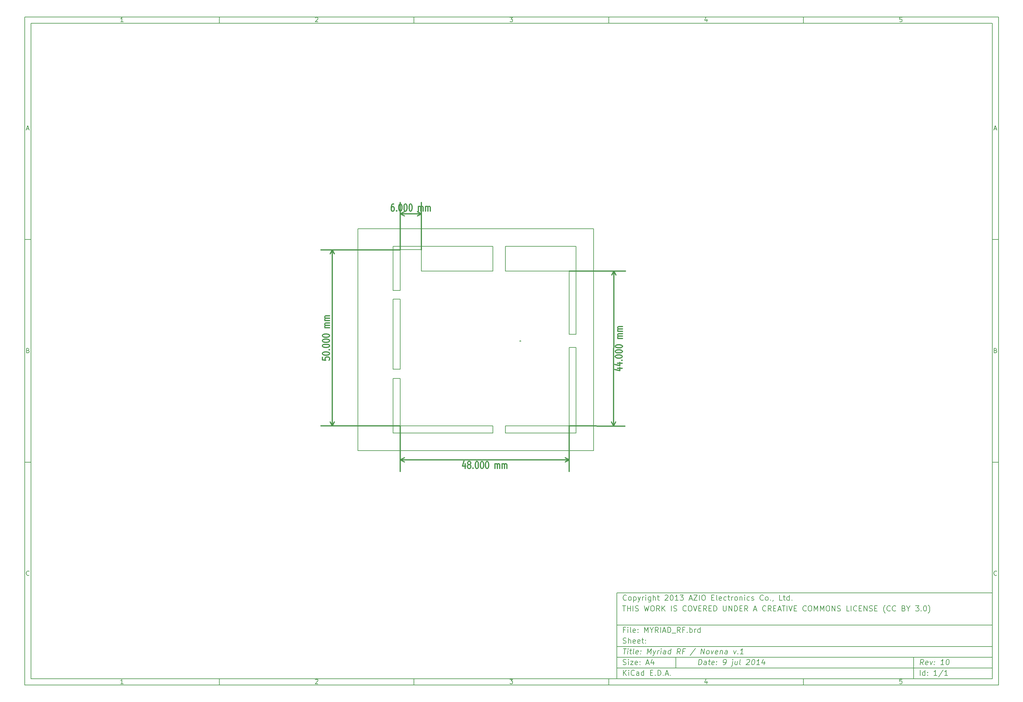
<source format=gbr>
G04 (created by PCBNEW (2013-07-07 BZR 4022)-stable) date 09/07/2014 14:33:10*
%MOIN*%
G04 Gerber Fmt 3.4, Leading zero omitted, Abs format*
%FSLAX34Y34*%
G01*
G70*
G90*
G04 APERTURE LIST*
%ADD10C,0.00590551*%
%ADD11C,0.012*%
%ADD12C,0.0077*%
G04 APERTURE END LIST*
G54D10*
X4000Y-4000D02*
X112930Y-4000D01*
X112930Y-78680D01*
X4000Y-78680D01*
X4000Y-4000D01*
X4700Y-4700D02*
X112230Y-4700D01*
X112230Y-77980D01*
X4700Y-77980D01*
X4700Y-4700D01*
X25780Y-4000D02*
X25780Y-4700D01*
X15032Y-4552D02*
X14747Y-4552D01*
X14890Y-4552D02*
X14890Y-4052D01*
X14842Y-4123D01*
X14794Y-4171D01*
X14747Y-4195D01*
X25780Y-78680D02*
X25780Y-77980D01*
X15032Y-78532D02*
X14747Y-78532D01*
X14890Y-78532D02*
X14890Y-78032D01*
X14842Y-78103D01*
X14794Y-78151D01*
X14747Y-78175D01*
X47560Y-4000D02*
X47560Y-4700D01*
X36527Y-4100D02*
X36550Y-4076D01*
X36598Y-4052D01*
X36717Y-4052D01*
X36765Y-4076D01*
X36789Y-4100D01*
X36812Y-4147D01*
X36812Y-4195D01*
X36789Y-4266D01*
X36503Y-4552D01*
X36812Y-4552D01*
X47560Y-78680D02*
X47560Y-77980D01*
X36527Y-78080D02*
X36550Y-78056D01*
X36598Y-78032D01*
X36717Y-78032D01*
X36765Y-78056D01*
X36789Y-78080D01*
X36812Y-78127D01*
X36812Y-78175D01*
X36789Y-78246D01*
X36503Y-78532D01*
X36812Y-78532D01*
X69340Y-4000D02*
X69340Y-4700D01*
X58283Y-4052D02*
X58592Y-4052D01*
X58426Y-4242D01*
X58497Y-4242D01*
X58545Y-4266D01*
X58569Y-4290D01*
X58592Y-4338D01*
X58592Y-4457D01*
X58569Y-4504D01*
X58545Y-4528D01*
X58497Y-4552D01*
X58354Y-4552D01*
X58307Y-4528D01*
X58283Y-4504D01*
X69340Y-78680D02*
X69340Y-77980D01*
X58283Y-78032D02*
X58592Y-78032D01*
X58426Y-78222D01*
X58497Y-78222D01*
X58545Y-78246D01*
X58569Y-78270D01*
X58592Y-78318D01*
X58592Y-78437D01*
X58569Y-78484D01*
X58545Y-78508D01*
X58497Y-78532D01*
X58354Y-78532D01*
X58307Y-78508D01*
X58283Y-78484D01*
X91120Y-4000D02*
X91120Y-4700D01*
X80325Y-4219D02*
X80325Y-4552D01*
X80206Y-4028D02*
X80087Y-4385D01*
X80396Y-4385D01*
X91120Y-78680D02*
X91120Y-77980D01*
X80325Y-78199D02*
X80325Y-78532D01*
X80206Y-78008D02*
X80087Y-78365D01*
X80396Y-78365D01*
X102129Y-4052D02*
X101890Y-4052D01*
X101867Y-4290D01*
X101890Y-4266D01*
X101938Y-4242D01*
X102057Y-4242D01*
X102105Y-4266D01*
X102129Y-4290D01*
X102152Y-4338D01*
X102152Y-4457D01*
X102129Y-4504D01*
X102105Y-4528D01*
X102057Y-4552D01*
X101938Y-4552D01*
X101890Y-4528D01*
X101867Y-4504D01*
X102129Y-78032D02*
X101890Y-78032D01*
X101867Y-78270D01*
X101890Y-78246D01*
X101938Y-78222D01*
X102057Y-78222D01*
X102105Y-78246D01*
X102129Y-78270D01*
X102152Y-78318D01*
X102152Y-78437D01*
X102129Y-78484D01*
X102105Y-78508D01*
X102057Y-78532D01*
X101938Y-78532D01*
X101890Y-78508D01*
X101867Y-78484D01*
X4000Y-28890D02*
X4700Y-28890D01*
X4230Y-16509D02*
X4469Y-16509D01*
X4183Y-16652D02*
X4350Y-16152D01*
X4516Y-16652D01*
X112930Y-28890D02*
X112230Y-28890D01*
X112460Y-16509D02*
X112699Y-16509D01*
X112413Y-16652D02*
X112580Y-16152D01*
X112746Y-16652D01*
X4000Y-53780D02*
X4700Y-53780D01*
X4385Y-41280D02*
X4457Y-41304D01*
X4480Y-41328D01*
X4504Y-41375D01*
X4504Y-41447D01*
X4480Y-41494D01*
X4457Y-41518D01*
X4409Y-41542D01*
X4219Y-41542D01*
X4219Y-41042D01*
X4385Y-41042D01*
X4433Y-41066D01*
X4457Y-41090D01*
X4480Y-41137D01*
X4480Y-41185D01*
X4457Y-41232D01*
X4433Y-41256D01*
X4385Y-41280D01*
X4219Y-41280D01*
X112930Y-53780D02*
X112230Y-53780D01*
X112615Y-41280D02*
X112687Y-41304D01*
X112710Y-41328D01*
X112734Y-41375D01*
X112734Y-41447D01*
X112710Y-41494D01*
X112687Y-41518D01*
X112639Y-41542D01*
X112449Y-41542D01*
X112449Y-41042D01*
X112615Y-41042D01*
X112663Y-41066D01*
X112687Y-41090D01*
X112710Y-41137D01*
X112710Y-41185D01*
X112687Y-41232D01*
X112663Y-41256D01*
X112615Y-41280D01*
X112449Y-41280D01*
X4504Y-66384D02*
X4480Y-66408D01*
X4409Y-66432D01*
X4361Y-66432D01*
X4290Y-66408D01*
X4242Y-66360D01*
X4219Y-66313D01*
X4195Y-66218D01*
X4195Y-66146D01*
X4219Y-66051D01*
X4242Y-66003D01*
X4290Y-65956D01*
X4361Y-65932D01*
X4409Y-65932D01*
X4480Y-65956D01*
X4504Y-65980D01*
X112734Y-66384D02*
X112710Y-66408D01*
X112639Y-66432D01*
X112591Y-66432D01*
X112520Y-66408D01*
X112472Y-66360D01*
X112449Y-66313D01*
X112425Y-66218D01*
X112425Y-66146D01*
X112449Y-66051D01*
X112472Y-66003D01*
X112520Y-65956D01*
X112591Y-65932D01*
X112639Y-65932D01*
X112710Y-65956D01*
X112734Y-65980D01*
X79380Y-76422D02*
X79455Y-75822D01*
X79597Y-75822D01*
X79680Y-75851D01*
X79730Y-75908D01*
X79751Y-75965D01*
X79765Y-76080D01*
X79755Y-76165D01*
X79712Y-76280D01*
X79676Y-76337D01*
X79612Y-76394D01*
X79522Y-76422D01*
X79380Y-76422D01*
X80237Y-76422D02*
X80276Y-76108D01*
X80255Y-76051D01*
X80201Y-76022D01*
X80087Y-76022D01*
X80026Y-76051D01*
X80240Y-76394D02*
X80180Y-76422D01*
X80037Y-76422D01*
X79983Y-76394D01*
X79962Y-76337D01*
X79969Y-76280D01*
X80005Y-76222D01*
X80065Y-76194D01*
X80208Y-76194D01*
X80269Y-76165D01*
X80487Y-76022D02*
X80715Y-76022D01*
X80597Y-75822D02*
X80533Y-76337D01*
X80555Y-76394D01*
X80608Y-76422D01*
X80665Y-76422D01*
X81097Y-76394D02*
X81037Y-76422D01*
X80922Y-76422D01*
X80869Y-76394D01*
X80847Y-76337D01*
X80876Y-76108D01*
X80912Y-76051D01*
X80972Y-76022D01*
X81087Y-76022D01*
X81140Y-76051D01*
X81162Y-76108D01*
X81155Y-76165D01*
X80862Y-76222D01*
X81387Y-76365D02*
X81412Y-76394D01*
X81380Y-76422D01*
X81355Y-76394D01*
X81387Y-76365D01*
X81380Y-76422D01*
X81426Y-76051D02*
X81451Y-76080D01*
X81419Y-76108D01*
X81394Y-76080D01*
X81426Y-76051D01*
X81419Y-76108D01*
X82151Y-76422D02*
X82265Y-76422D01*
X82326Y-76394D01*
X82358Y-76365D01*
X82426Y-76280D01*
X82469Y-76165D01*
X82497Y-75937D01*
X82476Y-75880D01*
X82451Y-75851D01*
X82397Y-75822D01*
X82283Y-75822D01*
X82222Y-75851D01*
X82190Y-75880D01*
X82155Y-75937D01*
X82137Y-76080D01*
X82158Y-76137D01*
X82183Y-76165D01*
X82237Y-76194D01*
X82351Y-76194D01*
X82412Y-76165D01*
X82444Y-76137D01*
X82480Y-76080D01*
X83201Y-76022D02*
X83137Y-76537D01*
X83101Y-76594D01*
X83040Y-76622D01*
X83012Y-76622D01*
X83226Y-75822D02*
X83194Y-75851D01*
X83219Y-75880D01*
X83251Y-75851D01*
X83226Y-75822D01*
X83219Y-75880D01*
X83744Y-76022D02*
X83694Y-76422D01*
X83487Y-76022D02*
X83447Y-76337D01*
X83469Y-76394D01*
X83522Y-76422D01*
X83608Y-76422D01*
X83669Y-76394D01*
X83701Y-76365D01*
X84065Y-76422D02*
X84012Y-76394D01*
X83990Y-76337D01*
X84055Y-75822D01*
X84790Y-75880D02*
X84822Y-75851D01*
X84883Y-75822D01*
X85026Y-75822D01*
X85080Y-75851D01*
X85105Y-75880D01*
X85126Y-75937D01*
X85119Y-75994D01*
X85080Y-76080D01*
X84694Y-76422D01*
X85065Y-76422D01*
X85512Y-75822D02*
X85569Y-75822D01*
X85622Y-75851D01*
X85647Y-75880D01*
X85669Y-75937D01*
X85683Y-76051D01*
X85665Y-76194D01*
X85622Y-76308D01*
X85587Y-76365D01*
X85555Y-76394D01*
X85494Y-76422D01*
X85437Y-76422D01*
X85383Y-76394D01*
X85358Y-76365D01*
X85337Y-76308D01*
X85322Y-76194D01*
X85340Y-76051D01*
X85383Y-75937D01*
X85419Y-75880D01*
X85451Y-75851D01*
X85512Y-75822D01*
X86208Y-76422D02*
X85865Y-76422D01*
X86037Y-76422D02*
X86112Y-75822D01*
X86044Y-75908D01*
X85980Y-75965D01*
X85919Y-75994D01*
X86772Y-76022D02*
X86722Y-76422D01*
X86658Y-75794D02*
X86462Y-76222D01*
X86833Y-76222D01*
X70972Y-77622D02*
X70972Y-77022D01*
X71315Y-77622D02*
X71058Y-77280D01*
X71315Y-77022D02*
X70972Y-77365D01*
X71572Y-77622D02*
X71572Y-77222D01*
X71572Y-77022D02*
X71544Y-77051D01*
X71572Y-77080D01*
X71601Y-77051D01*
X71572Y-77022D01*
X71572Y-77080D01*
X72201Y-77565D02*
X72172Y-77594D01*
X72087Y-77622D01*
X72030Y-77622D01*
X71944Y-77594D01*
X71887Y-77537D01*
X71858Y-77480D01*
X71830Y-77365D01*
X71830Y-77280D01*
X71858Y-77165D01*
X71887Y-77108D01*
X71944Y-77051D01*
X72030Y-77022D01*
X72087Y-77022D01*
X72172Y-77051D01*
X72201Y-77080D01*
X72715Y-77622D02*
X72715Y-77308D01*
X72687Y-77251D01*
X72630Y-77222D01*
X72515Y-77222D01*
X72458Y-77251D01*
X72715Y-77594D02*
X72658Y-77622D01*
X72515Y-77622D01*
X72458Y-77594D01*
X72430Y-77537D01*
X72430Y-77480D01*
X72458Y-77422D01*
X72515Y-77394D01*
X72658Y-77394D01*
X72715Y-77365D01*
X73258Y-77622D02*
X73258Y-77022D01*
X73258Y-77594D02*
X73201Y-77622D01*
X73087Y-77622D01*
X73030Y-77594D01*
X73001Y-77565D01*
X72972Y-77508D01*
X72972Y-77337D01*
X73001Y-77280D01*
X73030Y-77251D01*
X73087Y-77222D01*
X73201Y-77222D01*
X73258Y-77251D01*
X74001Y-77308D02*
X74201Y-77308D01*
X74287Y-77622D02*
X74001Y-77622D01*
X74001Y-77022D01*
X74287Y-77022D01*
X74544Y-77565D02*
X74572Y-77594D01*
X74544Y-77622D01*
X74515Y-77594D01*
X74544Y-77565D01*
X74544Y-77622D01*
X74829Y-77622D02*
X74829Y-77022D01*
X74972Y-77022D01*
X75058Y-77051D01*
X75115Y-77108D01*
X75144Y-77165D01*
X75172Y-77280D01*
X75172Y-77365D01*
X75144Y-77480D01*
X75115Y-77537D01*
X75058Y-77594D01*
X74972Y-77622D01*
X74829Y-77622D01*
X75429Y-77565D02*
X75458Y-77594D01*
X75429Y-77622D01*
X75401Y-77594D01*
X75429Y-77565D01*
X75429Y-77622D01*
X75687Y-77451D02*
X75972Y-77451D01*
X75629Y-77622D02*
X75829Y-77022D01*
X76029Y-77622D01*
X76229Y-77565D02*
X76258Y-77594D01*
X76229Y-77622D01*
X76201Y-77594D01*
X76229Y-77565D01*
X76229Y-77622D01*
X104522Y-76422D02*
X104358Y-76137D01*
X104180Y-76422D02*
X104255Y-75822D01*
X104483Y-75822D01*
X104537Y-75851D01*
X104562Y-75880D01*
X104583Y-75937D01*
X104572Y-76022D01*
X104537Y-76080D01*
X104505Y-76108D01*
X104444Y-76137D01*
X104215Y-76137D01*
X105012Y-76394D02*
X104951Y-76422D01*
X104837Y-76422D01*
X104783Y-76394D01*
X104762Y-76337D01*
X104790Y-76108D01*
X104826Y-76051D01*
X104887Y-76022D01*
X105001Y-76022D01*
X105055Y-76051D01*
X105076Y-76108D01*
X105069Y-76165D01*
X104776Y-76222D01*
X105287Y-76022D02*
X105380Y-76422D01*
X105572Y-76022D01*
X105758Y-76365D02*
X105783Y-76394D01*
X105751Y-76422D01*
X105726Y-76394D01*
X105758Y-76365D01*
X105751Y-76422D01*
X105797Y-76051D02*
X105822Y-76080D01*
X105790Y-76108D01*
X105765Y-76080D01*
X105797Y-76051D01*
X105790Y-76108D01*
X106808Y-76422D02*
X106465Y-76422D01*
X106637Y-76422D02*
X106712Y-75822D01*
X106644Y-75908D01*
X106580Y-75965D01*
X106519Y-75994D01*
X107255Y-75822D02*
X107312Y-75822D01*
X107365Y-75851D01*
X107390Y-75880D01*
X107412Y-75937D01*
X107426Y-76051D01*
X107408Y-76194D01*
X107365Y-76308D01*
X107330Y-76365D01*
X107297Y-76394D01*
X107237Y-76422D01*
X107180Y-76422D01*
X107126Y-76394D01*
X107101Y-76365D01*
X107080Y-76308D01*
X107065Y-76194D01*
X107083Y-76051D01*
X107126Y-75937D01*
X107162Y-75880D01*
X107194Y-75851D01*
X107255Y-75822D01*
X70944Y-76394D02*
X71030Y-76422D01*
X71172Y-76422D01*
X71230Y-76394D01*
X71258Y-76365D01*
X71287Y-76308D01*
X71287Y-76251D01*
X71258Y-76194D01*
X71230Y-76165D01*
X71172Y-76137D01*
X71058Y-76108D01*
X71001Y-76080D01*
X70972Y-76051D01*
X70944Y-75994D01*
X70944Y-75937D01*
X70972Y-75880D01*
X71001Y-75851D01*
X71058Y-75822D01*
X71201Y-75822D01*
X71287Y-75851D01*
X71544Y-76422D02*
X71544Y-76022D01*
X71544Y-75822D02*
X71515Y-75851D01*
X71544Y-75880D01*
X71572Y-75851D01*
X71544Y-75822D01*
X71544Y-75880D01*
X71772Y-76022D02*
X72087Y-76022D01*
X71772Y-76422D01*
X72087Y-76422D01*
X72544Y-76394D02*
X72487Y-76422D01*
X72372Y-76422D01*
X72315Y-76394D01*
X72287Y-76337D01*
X72287Y-76108D01*
X72315Y-76051D01*
X72372Y-76022D01*
X72487Y-76022D01*
X72544Y-76051D01*
X72572Y-76108D01*
X72572Y-76165D01*
X72287Y-76222D01*
X72830Y-76365D02*
X72858Y-76394D01*
X72830Y-76422D01*
X72801Y-76394D01*
X72830Y-76365D01*
X72830Y-76422D01*
X72830Y-76051D02*
X72858Y-76080D01*
X72830Y-76108D01*
X72801Y-76080D01*
X72830Y-76051D01*
X72830Y-76108D01*
X73544Y-76251D02*
X73830Y-76251D01*
X73487Y-76422D02*
X73687Y-75822D01*
X73887Y-76422D01*
X74344Y-76022D02*
X74344Y-76422D01*
X74201Y-75794D02*
X74058Y-76222D01*
X74430Y-76222D01*
X104172Y-77622D02*
X104172Y-77022D01*
X104715Y-77622D02*
X104715Y-77022D01*
X104715Y-77594D02*
X104658Y-77622D01*
X104544Y-77622D01*
X104487Y-77594D01*
X104458Y-77565D01*
X104430Y-77508D01*
X104430Y-77337D01*
X104458Y-77280D01*
X104487Y-77251D01*
X104544Y-77222D01*
X104658Y-77222D01*
X104715Y-77251D01*
X105001Y-77565D02*
X105030Y-77594D01*
X105001Y-77622D01*
X104972Y-77594D01*
X105001Y-77565D01*
X105001Y-77622D01*
X105001Y-77251D02*
X105030Y-77280D01*
X105001Y-77308D01*
X104972Y-77280D01*
X105001Y-77251D01*
X105001Y-77308D01*
X106058Y-77622D02*
X105715Y-77622D01*
X105887Y-77622D02*
X105887Y-77022D01*
X105829Y-77108D01*
X105772Y-77165D01*
X105715Y-77194D01*
X106744Y-76994D02*
X106230Y-77765D01*
X107258Y-77622D02*
X106915Y-77622D01*
X107087Y-77622D02*
X107087Y-77022D01*
X107029Y-77108D01*
X106972Y-77165D01*
X106915Y-77194D01*
X70969Y-74622D02*
X71312Y-74622D01*
X71065Y-75222D02*
X71140Y-74622D01*
X71437Y-75222D02*
X71487Y-74822D01*
X71512Y-74622D02*
X71480Y-74651D01*
X71505Y-74680D01*
X71537Y-74651D01*
X71512Y-74622D01*
X71505Y-74680D01*
X71687Y-74822D02*
X71915Y-74822D01*
X71797Y-74622D02*
X71733Y-75137D01*
X71755Y-75194D01*
X71808Y-75222D01*
X71865Y-75222D01*
X72151Y-75222D02*
X72097Y-75194D01*
X72076Y-75137D01*
X72140Y-74622D01*
X72612Y-75194D02*
X72551Y-75222D01*
X72437Y-75222D01*
X72383Y-75194D01*
X72362Y-75137D01*
X72390Y-74908D01*
X72426Y-74851D01*
X72487Y-74822D01*
X72601Y-74822D01*
X72655Y-74851D01*
X72676Y-74908D01*
X72669Y-74965D01*
X72376Y-75022D01*
X72901Y-75165D02*
X72926Y-75194D01*
X72894Y-75222D01*
X72869Y-75194D01*
X72901Y-75165D01*
X72894Y-75222D01*
X72940Y-74851D02*
X72965Y-74880D01*
X72933Y-74908D01*
X72908Y-74880D01*
X72940Y-74851D01*
X72933Y-74908D01*
X73637Y-75222D02*
X73712Y-74622D01*
X73858Y-75051D01*
X74112Y-74622D01*
X74037Y-75222D01*
X74315Y-74822D02*
X74408Y-75222D01*
X74601Y-74822D02*
X74408Y-75222D01*
X74333Y-75365D01*
X74301Y-75394D01*
X74240Y-75422D01*
X74780Y-75222D02*
X74830Y-74822D01*
X74815Y-74937D02*
X74851Y-74880D01*
X74883Y-74851D01*
X74944Y-74822D01*
X75001Y-74822D01*
X75151Y-75222D02*
X75201Y-74822D01*
X75226Y-74622D02*
X75194Y-74651D01*
X75219Y-74680D01*
X75251Y-74651D01*
X75226Y-74622D01*
X75219Y-74680D01*
X75694Y-75222D02*
X75733Y-74908D01*
X75712Y-74851D01*
X75658Y-74822D01*
X75544Y-74822D01*
X75483Y-74851D01*
X75697Y-75194D02*
X75637Y-75222D01*
X75494Y-75222D01*
X75440Y-75194D01*
X75419Y-75137D01*
X75426Y-75080D01*
X75462Y-75022D01*
X75522Y-74994D01*
X75665Y-74994D01*
X75726Y-74965D01*
X76237Y-75222D02*
X76312Y-74622D01*
X76240Y-75194D02*
X76180Y-75222D01*
X76065Y-75222D01*
X76012Y-75194D01*
X75987Y-75165D01*
X75965Y-75108D01*
X75987Y-74937D01*
X76022Y-74880D01*
X76055Y-74851D01*
X76115Y-74822D01*
X76230Y-74822D01*
X76283Y-74851D01*
X77322Y-75222D02*
X77158Y-74937D01*
X76980Y-75222D02*
X77055Y-74622D01*
X77283Y-74622D01*
X77337Y-74651D01*
X77362Y-74680D01*
X77383Y-74737D01*
X77372Y-74822D01*
X77337Y-74880D01*
X77305Y-74908D01*
X77244Y-74937D01*
X77015Y-74937D01*
X77819Y-74908D02*
X77619Y-74908D01*
X77580Y-75222D02*
X77655Y-74622D01*
X77940Y-74622D01*
X79058Y-74594D02*
X78447Y-75365D01*
X79637Y-75222D02*
X79712Y-74622D01*
X79980Y-75222D01*
X80055Y-74622D01*
X80351Y-75222D02*
X80297Y-75194D01*
X80272Y-75165D01*
X80251Y-75108D01*
X80272Y-74937D01*
X80308Y-74880D01*
X80340Y-74851D01*
X80401Y-74822D01*
X80487Y-74822D01*
X80540Y-74851D01*
X80565Y-74880D01*
X80587Y-74937D01*
X80565Y-75108D01*
X80530Y-75165D01*
X80497Y-75194D01*
X80437Y-75222D01*
X80351Y-75222D01*
X80801Y-74822D02*
X80894Y-75222D01*
X81087Y-74822D01*
X81497Y-75194D02*
X81437Y-75222D01*
X81322Y-75222D01*
X81269Y-75194D01*
X81247Y-75137D01*
X81276Y-74908D01*
X81312Y-74851D01*
X81372Y-74822D01*
X81487Y-74822D01*
X81540Y-74851D01*
X81562Y-74908D01*
X81555Y-74965D01*
X81262Y-75022D01*
X81830Y-74822D02*
X81780Y-75222D01*
X81822Y-74880D02*
X81855Y-74851D01*
X81915Y-74822D01*
X82001Y-74822D01*
X82055Y-74851D01*
X82076Y-74908D01*
X82037Y-75222D01*
X82580Y-75222D02*
X82619Y-74908D01*
X82597Y-74851D01*
X82544Y-74822D01*
X82430Y-74822D01*
X82369Y-74851D01*
X82583Y-75194D02*
X82522Y-75222D01*
X82380Y-75222D01*
X82326Y-75194D01*
X82305Y-75137D01*
X82312Y-75080D01*
X82347Y-75022D01*
X82408Y-74994D01*
X82551Y-74994D01*
X82612Y-74965D01*
X83315Y-74822D02*
X83408Y-75222D01*
X83601Y-74822D01*
X83787Y-75165D02*
X83812Y-75194D01*
X83780Y-75222D01*
X83755Y-75194D01*
X83787Y-75165D01*
X83780Y-75222D01*
X84380Y-75222D02*
X84037Y-75222D01*
X84208Y-75222D02*
X84283Y-74622D01*
X84215Y-74708D01*
X84151Y-74765D01*
X84090Y-74794D01*
X71172Y-72508D02*
X70972Y-72508D01*
X70972Y-72822D02*
X70972Y-72222D01*
X71258Y-72222D01*
X71487Y-72822D02*
X71487Y-72422D01*
X71487Y-72222D02*
X71458Y-72251D01*
X71487Y-72280D01*
X71515Y-72251D01*
X71487Y-72222D01*
X71487Y-72280D01*
X71858Y-72822D02*
X71801Y-72794D01*
X71772Y-72737D01*
X71772Y-72222D01*
X72315Y-72794D02*
X72258Y-72822D01*
X72144Y-72822D01*
X72087Y-72794D01*
X72058Y-72737D01*
X72058Y-72508D01*
X72087Y-72451D01*
X72144Y-72422D01*
X72258Y-72422D01*
X72315Y-72451D01*
X72344Y-72508D01*
X72344Y-72565D01*
X72058Y-72622D01*
X72601Y-72765D02*
X72630Y-72794D01*
X72601Y-72822D01*
X72572Y-72794D01*
X72601Y-72765D01*
X72601Y-72822D01*
X72601Y-72451D02*
X72630Y-72480D01*
X72601Y-72508D01*
X72572Y-72480D01*
X72601Y-72451D01*
X72601Y-72508D01*
X73344Y-72822D02*
X73344Y-72222D01*
X73544Y-72651D01*
X73744Y-72222D01*
X73744Y-72822D01*
X74144Y-72537D02*
X74144Y-72822D01*
X73944Y-72222D02*
X74144Y-72537D01*
X74344Y-72222D01*
X74887Y-72822D02*
X74687Y-72537D01*
X74544Y-72822D02*
X74544Y-72222D01*
X74772Y-72222D01*
X74830Y-72251D01*
X74858Y-72280D01*
X74887Y-72337D01*
X74887Y-72422D01*
X74858Y-72480D01*
X74830Y-72508D01*
X74772Y-72537D01*
X74544Y-72537D01*
X75144Y-72822D02*
X75144Y-72222D01*
X75401Y-72651D02*
X75687Y-72651D01*
X75344Y-72822D02*
X75544Y-72222D01*
X75744Y-72822D01*
X75944Y-72822D02*
X75944Y-72222D01*
X76087Y-72222D01*
X76172Y-72251D01*
X76230Y-72308D01*
X76258Y-72365D01*
X76287Y-72480D01*
X76287Y-72565D01*
X76258Y-72680D01*
X76230Y-72737D01*
X76172Y-72794D01*
X76087Y-72822D01*
X75944Y-72822D01*
X76401Y-72880D02*
X76858Y-72880D01*
X77344Y-72822D02*
X77144Y-72537D01*
X77001Y-72822D02*
X77001Y-72222D01*
X77230Y-72222D01*
X77287Y-72251D01*
X77315Y-72280D01*
X77344Y-72337D01*
X77344Y-72422D01*
X77315Y-72480D01*
X77287Y-72508D01*
X77230Y-72537D01*
X77001Y-72537D01*
X77801Y-72508D02*
X77601Y-72508D01*
X77601Y-72822D02*
X77601Y-72222D01*
X77887Y-72222D01*
X78115Y-72765D02*
X78144Y-72794D01*
X78115Y-72822D01*
X78087Y-72794D01*
X78115Y-72765D01*
X78115Y-72822D01*
X78401Y-72822D02*
X78401Y-72222D01*
X78401Y-72451D02*
X78458Y-72422D01*
X78572Y-72422D01*
X78630Y-72451D01*
X78658Y-72480D01*
X78687Y-72537D01*
X78687Y-72708D01*
X78658Y-72765D01*
X78630Y-72794D01*
X78572Y-72822D01*
X78458Y-72822D01*
X78401Y-72794D01*
X78944Y-72822D02*
X78944Y-72422D01*
X78944Y-72537D02*
X78972Y-72480D01*
X79001Y-72451D01*
X79058Y-72422D01*
X79115Y-72422D01*
X79572Y-72822D02*
X79572Y-72222D01*
X79572Y-72794D02*
X79515Y-72822D01*
X79401Y-72822D01*
X79344Y-72794D01*
X79315Y-72765D01*
X79287Y-72708D01*
X79287Y-72537D01*
X79315Y-72480D01*
X79344Y-72451D01*
X79401Y-72422D01*
X79515Y-72422D01*
X79572Y-72451D01*
X70944Y-73994D02*
X71030Y-74022D01*
X71172Y-74022D01*
X71230Y-73994D01*
X71258Y-73965D01*
X71287Y-73908D01*
X71287Y-73851D01*
X71258Y-73794D01*
X71230Y-73765D01*
X71172Y-73737D01*
X71058Y-73708D01*
X71001Y-73680D01*
X70972Y-73651D01*
X70944Y-73594D01*
X70944Y-73537D01*
X70972Y-73480D01*
X71001Y-73451D01*
X71058Y-73422D01*
X71201Y-73422D01*
X71287Y-73451D01*
X71544Y-74022D02*
X71544Y-73422D01*
X71801Y-74022D02*
X71801Y-73708D01*
X71772Y-73651D01*
X71715Y-73622D01*
X71630Y-73622D01*
X71572Y-73651D01*
X71544Y-73680D01*
X72315Y-73994D02*
X72258Y-74022D01*
X72144Y-74022D01*
X72087Y-73994D01*
X72058Y-73937D01*
X72058Y-73708D01*
X72087Y-73651D01*
X72144Y-73622D01*
X72258Y-73622D01*
X72315Y-73651D01*
X72344Y-73708D01*
X72344Y-73765D01*
X72058Y-73822D01*
X72830Y-73994D02*
X72772Y-74022D01*
X72658Y-74022D01*
X72601Y-73994D01*
X72572Y-73937D01*
X72572Y-73708D01*
X72601Y-73651D01*
X72658Y-73622D01*
X72772Y-73622D01*
X72830Y-73651D01*
X72858Y-73708D01*
X72858Y-73765D01*
X72572Y-73822D01*
X73030Y-73622D02*
X73258Y-73622D01*
X73115Y-73422D02*
X73115Y-73937D01*
X73144Y-73994D01*
X73201Y-74022D01*
X73258Y-74022D01*
X73458Y-73965D02*
X73487Y-73994D01*
X73458Y-74022D01*
X73430Y-73994D01*
X73458Y-73965D01*
X73458Y-74022D01*
X73458Y-73651D02*
X73487Y-73680D01*
X73458Y-73708D01*
X73430Y-73680D01*
X73458Y-73651D01*
X73458Y-73708D01*
X70887Y-69822D02*
X71230Y-69822D01*
X71058Y-70422D02*
X71058Y-69822D01*
X71430Y-70422D02*
X71430Y-69822D01*
X71430Y-70108D02*
X71772Y-70108D01*
X71772Y-70422D02*
X71772Y-69822D01*
X72058Y-70422D02*
X72058Y-69822D01*
X72315Y-70394D02*
X72401Y-70422D01*
X72544Y-70422D01*
X72601Y-70394D01*
X72629Y-70365D01*
X72658Y-70308D01*
X72658Y-70251D01*
X72629Y-70194D01*
X72601Y-70165D01*
X72544Y-70137D01*
X72429Y-70108D01*
X72372Y-70080D01*
X72344Y-70051D01*
X72315Y-69994D01*
X72315Y-69937D01*
X72344Y-69880D01*
X72372Y-69851D01*
X72429Y-69822D01*
X72572Y-69822D01*
X72658Y-69851D01*
X73315Y-69822D02*
X73458Y-70422D01*
X73572Y-69994D01*
X73687Y-70422D01*
X73830Y-69822D01*
X74172Y-69822D02*
X74287Y-69822D01*
X74344Y-69851D01*
X74401Y-69908D01*
X74430Y-70022D01*
X74430Y-70222D01*
X74401Y-70337D01*
X74344Y-70394D01*
X74287Y-70422D01*
X74172Y-70422D01*
X74115Y-70394D01*
X74058Y-70337D01*
X74030Y-70222D01*
X74030Y-70022D01*
X74058Y-69908D01*
X74115Y-69851D01*
X74172Y-69822D01*
X75029Y-70422D02*
X74829Y-70137D01*
X74687Y-70422D02*
X74687Y-69822D01*
X74915Y-69822D01*
X74972Y-69851D01*
X75001Y-69880D01*
X75029Y-69937D01*
X75029Y-70022D01*
X75001Y-70080D01*
X74972Y-70108D01*
X74915Y-70137D01*
X74687Y-70137D01*
X75287Y-70422D02*
X75287Y-69822D01*
X75629Y-70422D02*
X75372Y-70080D01*
X75629Y-69822D02*
X75287Y-70165D01*
X76344Y-70422D02*
X76344Y-69822D01*
X76601Y-70394D02*
X76687Y-70422D01*
X76829Y-70422D01*
X76887Y-70394D01*
X76915Y-70365D01*
X76944Y-70308D01*
X76944Y-70251D01*
X76915Y-70194D01*
X76887Y-70165D01*
X76829Y-70137D01*
X76715Y-70108D01*
X76658Y-70080D01*
X76629Y-70051D01*
X76601Y-69994D01*
X76601Y-69937D01*
X76629Y-69880D01*
X76658Y-69851D01*
X76715Y-69822D01*
X76858Y-69822D01*
X76944Y-69851D01*
X78001Y-70365D02*
X77972Y-70394D01*
X77887Y-70422D01*
X77830Y-70422D01*
X77744Y-70394D01*
X77687Y-70337D01*
X77658Y-70280D01*
X77630Y-70165D01*
X77630Y-70080D01*
X77658Y-69965D01*
X77687Y-69908D01*
X77744Y-69851D01*
X77830Y-69822D01*
X77887Y-69822D01*
X77972Y-69851D01*
X78001Y-69880D01*
X78372Y-69822D02*
X78487Y-69822D01*
X78544Y-69851D01*
X78601Y-69908D01*
X78630Y-70022D01*
X78630Y-70222D01*
X78601Y-70337D01*
X78544Y-70394D01*
X78487Y-70422D01*
X78372Y-70422D01*
X78315Y-70394D01*
X78258Y-70337D01*
X78230Y-70222D01*
X78230Y-70022D01*
X78258Y-69908D01*
X78315Y-69851D01*
X78372Y-69822D01*
X78801Y-69822D02*
X79001Y-70422D01*
X79201Y-69822D01*
X79401Y-70108D02*
X79601Y-70108D01*
X79687Y-70422D02*
X79401Y-70422D01*
X79401Y-69822D01*
X79687Y-69822D01*
X80287Y-70422D02*
X80087Y-70137D01*
X79944Y-70422D02*
X79944Y-69822D01*
X80172Y-69822D01*
X80229Y-69851D01*
X80258Y-69880D01*
X80287Y-69937D01*
X80287Y-70022D01*
X80258Y-70080D01*
X80229Y-70108D01*
X80172Y-70137D01*
X79944Y-70137D01*
X80544Y-70108D02*
X80744Y-70108D01*
X80829Y-70422D02*
X80544Y-70422D01*
X80544Y-69822D01*
X80829Y-69822D01*
X81087Y-70422D02*
X81087Y-69822D01*
X81229Y-69822D01*
X81315Y-69851D01*
X81372Y-69908D01*
X81401Y-69965D01*
X81429Y-70080D01*
X81429Y-70165D01*
X81401Y-70280D01*
X81372Y-70337D01*
X81315Y-70394D01*
X81229Y-70422D01*
X81087Y-70422D01*
X82144Y-69822D02*
X82144Y-70308D01*
X82172Y-70365D01*
X82201Y-70394D01*
X82258Y-70422D01*
X82372Y-70422D01*
X82429Y-70394D01*
X82458Y-70365D01*
X82487Y-70308D01*
X82487Y-69822D01*
X82772Y-70422D02*
X82772Y-69822D01*
X83115Y-70422D01*
X83115Y-69822D01*
X83401Y-70422D02*
X83401Y-69822D01*
X83544Y-69822D01*
X83629Y-69851D01*
X83687Y-69908D01*
X83715Y-69965D01*
X83744Y-70080D01*
X83744Y-70165D01*
X83715Y-70280D01*
X83687Y-70337D01*
X83629Y-70394D01*
X83544Y-70422D01*
X83401Y-70422D01*
X84001Y-70108D02*
X84201Y-70108D01*
X84287Y-70422D02*
X84001Y-70422D01*
X84001Y-69822D01*
X84287Y-69822D01*
X84887Y-70422D02*
X84687Y-70137D01*
X84544Y-70422D02*
X84544Y-69822D01*
X84772Y-69822D01*
X84829Y-69851D01*
X84858Y-69880D01*
X84887Y-69937D01*
X84887Y-70022D01*
X84858Y-70080D01*
X84829Y-70108D01*
X84772Y-70137D01*
X84544Y-70137D01*
X85572Y-70251D02*
X85858Y-70251D01*
X85515Y-70422D02*
X85715Y-69822D01*
X85915Y-70422D01*
X86915Y-70365D02*
X86887Y-70394D01*
X86801Y-70422D01*
X86744Y-70422D01*
X86658Y-70394D01*
X86601Y-70337D01*
X86572Y-70280D01*
X86544Y-70165D01*
X86544Y-70080D01*
X86572Y-69965D01*
X86601Y-69908D01*
X86658Y-69851D01*
X86744Y-69822D01*
X86801Y-69822D01*
X86887Y-69851D01*
X86915Y-69880D01*
X87515Y-70422D02*
X87315Y-70137D01*
X87172Y-70422D02*
X87172Y-69822D01*
X87401Y-69822D01*
X87458Y-69851D01*
X87487Y-69880D01*
X87515Y-69937D01*
X87515Y-70022D01*
X87487Y-70080D01*
X87458Y-70108D01*
X87401Y-70137D01*
X87172Y-70137D01*
X87772Y-70108D02*
X87972Y-70108D01*
X88058Y-70422D02*
X87772Y-70422D01*
X87772Y-69822D01*
X88058Y-69822D01*
X88287Y-70251D02*
X88572Y-70251D01*
X88229Y-70422D02*
X88429Y-69822D01*
X88629Y-70422D01*
X88744Y-69822D02*
X89087Y-69822D01*
X88915Y-70422D02*
X88915Y-69822D01*
X89287Y-70422D02*
X89287Y-69822D01*
X89487Y-69822D02*
X89687Y-70422D01*
X89887Y-69822D01*
X90087Y-70108D02*
X90287Y-70108D01*
X90372Y-70422D02*
X90087Y-70422D01*
X90087Y-69822D01*
X90372Y-69822D01*
X91429Y-70365D02*
X91401Y-70394D01*
X91315Y-70422D01*
X91258Y-70422D01*
X91172Y-70394D01*
X91115Y-70337D01*
X91087Y-70280D01*
X91058Y-70165D01*
X91058Y-70080D01*
X91087Y-69965D01*
X91115Y-69908D01*
X91172Y-69851D01*
X91258Y-69822D01*
X91315Y-69822D01*
X91401Y-69851D01*
X91429Y-69880D01*
X91801Y-69822D02*
X91915Y-69822D01*
X91972Y-69851D01*
X92029Y-69908D01*
X92058Y-70022D01*
X92058Y-70222D01*
X92029Y-70337D01*
X91972Y-70394D01*
X91915Y-70422D01*
X91801Y-70422D01*
X91744Y-70394D01*
X91687Y-70337D01*
X91658Y-70222D01*
X91658Y-70022D01*
X91687Y-69908D01*
X91744Y-69851D01*
X91801Y-69822D01*
X92315Y-70422D02*
X92315Y-69822D01*
X92515Y-70251D01*
X92715Y-69822D01*
X92715Y-70422D01*
X93001Y-70422D02*
X93001Y-69822D01*
X93201Y-70251D01*
X93401Y-69822D01*
X93401Y-70422D01*
X93801Y-69822D02*
X93915Y-69822D01*
X93972Y-69851D01*
X94029Y-69908D01*
X94058Y-70022D01*
X94058Y-70222D01*
X94029Y-70337D01*
X93972Y-70394D01*
X93915Y-70422D01*
X93801Y-70422D01*
X93744Y-70394D01*
X93687Y-70337D01*
X93658Y-70222D01*
X93658Y-70022D01*
X93687Y-69908D01*
X93744Y-69851D01*
X93801Y-69822D01*
X94315Y-70422D02*
X94315Y-69822D01*
X94658Y-70422D01*
X94658Y-69822D01*
X94915Y-70394D02*
X95001Y-70422D01*
X95144Y-70422D01*
X95201Y-70394D01*
X95229Y-70365D01*
X95258Y-70308D01*
X95258Y-70251D01*
X95229Y-70194D01*
X95201Y-70165D01*
X95144Y-70137D01*
X95029Y-70108D01*
X94972Y-70080D01*
X94944Y-70051D01*
X94915Y-69994D01*
X94915Y-69937D01*
X94944Y-69880D01*
X94972Y-69851D01*
X95029Y-69822D01*
X95172Y-69822D01*
X95258Y-69851D01*
X96258Y-70422D02*
X95972Y-70422D01*
X95972Y-69822D01*
X96458Y-70422D02*
X96458Y-69822D01*
X97087Y-70365D02*
X97058Y-70394D01*
X96972Y-70422D01*
X96915Y-70422D01*
X96829Y-70394D01*
X96772Y-70337D01*
X96744Y-70280D01*
X96715Y-70165D01*
X96715Y-70080D01*
X96744Y-69965D01*
X96772Y-69908D01*
X96829Y-69851D01*
X96915Y-69822D01*
X96972Y-69822D01*
X97058Y-69851D01*
X97087Y-69880D01*
X97344Y-70108D02*
X97544Y-70108D01*
X97629Y-70422D02*
X97344Y-70422D01*
X97344Y-69822D01*
X97629Y-69822D01*
X97887Y-70422D02*
X97887Y-69822D01*
X98229Y-70422D01*
X98229Y-69822D01*
X98487Y-70394D02*
X98572Y-70422D01*
X98715Y-70422D01*
X98772Y-70394D01*
X98801Y-70365D01*
X98829Y-70308D01*
X98829Y-70251D01*
X98801Y-70194D01*
X98772Y-70165D01*
X98715Y-70137D01*
X98601Y-70108D01*
X98544Y-70080D01*
X98515Y-70051D01*
X98487Y-69994D01*
X98487Y-69937D01*
X98515Y-69880D01*
X98544Y-69851D01*
X98601Y-69822D01*
X98744Y-69822D01*
X98829Y-69851D01*
X99087Y-70108D02*
X99287Y-70108D01*
X99372Y-70422D02*
X99087Y-70422D01*
X99087Y-69822D01*
X99372Y-69822D01*
X100258Y-70651D02*
X100229Y-70622D01*
X100172Y-70537D01*
X100144Y-70480D01*
X100115Y-70394D01*
X100087Y-70251D01*
X100087Y-70137D01*
X100115Y-69994D01*
X100144Y-69908D01*
X100172Y-69851D01*
X100229Y-69765D01*
X100258Y-69737D01*
X100829Y-70365D02*
X100801Y-70394D01*
X100715Y-70422D01*
X100658Y-70422D01*
X100572Y-70394D01*
X100515Y-70337D01*
X100487Y-70280D01*
X100458Y-70165D01*
X100458Y-70080D01*
X100487Y-69965D01*
X100515Y-69908D01*
X100572Y-69851D01*
X100658Y-69822D01*
X100715Y-69822D01*
X100801Y-69851D01*
X100829Y-69880D01*
X101429Y-70365D02*
X101401Y-70394D01*
X101315Y-70422D01*
X101258Y-70422D01*
X101172Y-70394D01*
X101115Y-70337D01*
X101087Y-70280D01*
X101058Y-70165D01*
X101058Y-70080D01*
X101087Y-69965D01*
X101115Y-69908D01*
X101172Y-69851D01*
X101258Y-69822D01*
X101315Y-69822D01*
X101401Y-69851D01*
X101429Y-69880D01*
X102344Y-70108D02*
X102429Y-70137D01*
X102458Y-70165D01*
X102487Y-70222D01*
X102487Y-70308D01*
X102458Y-70365D01*
X102429Y-70394D01*
X102372Y-70422D01*
X102144Y-70422D01*
X102144Y-69822D01*
X102344Y-69822D01*
X102401Y-69851D01*
X102429Y-69880D01*
X102458Y-69937D01*
X102458Y-69994D01*
X102429Y-70051D01*
X102401Y-70080D01*
X102344Y-70108D01*
X102144Y-70108D01*
X102858Y-70137D02*
X102858Y-70422D01*
X102658Y-69822D02*
X102858Y-70137D01*
X103058Y-69822D01*
X103658Y-69822D02*
X104029Y-69822D01*
X103829Y-70051D01*
X103915Y-70051D01*
X103972Y-70080D01*
X104001Y-70108D01*
X104029Y-70165D01*
X104029Y-70308D01*
X104001Y-70365D01*
X103972Y-70394D01*
X103915Y-70422D01*
X103744Y-70422D01*
X103687Y-70394D01*
X103658Y-70365D01*
X104287Y-70365D02*
X104315Y-70394D01*
X104287Y-70422D01*
X104258Y-70394D01*
X104287Y-70365D01*
X104287Y-70422D01*
X104687Y-69822D02*
X104744Y-69822D01*
X104801Y-69851D01*
X104829Y-69880D01*
X104858Y-69937D01*
X104887Y-70051D01*
X104887Y-70194D01*
X104858Y-70308D01*
X104829Y-70365D01*
X104801Y-70394D01*
X104744Y-70422D01*
X104687Y-70422D01*
X104629Y-70394D01*
X104601Y-70365D01*
X104572Y-70308D01*
X104544Y-70194D01*
X104544Y-70051D01*
X104572Y-69937D01*
X104601Y-69880D01*
X104629Y-69851D01*
X104687Y-69822D01*
X105087Y-70651D02*
X105115Y-70622D01*
X105172Y-70537D01*
X105201Y-70480D01*
X105229Y-70394D01*
X105258Y-70251D01*
X105258Y-70137D01*
X105229Y-69994D01*
X105201Y-69908D01*
X105172Y-69851D01*
X105115Y-69765D01*
X105087Y-69737D01*
X71315Y-69165D02*
X71287Y-69194D01*
X71201Y-69222D01*
X71144Y-69222D01*
X71058Y-69194D01*
X71001Y-69137D01*
X70972Y-69080D01*
X70944Y-68965D01*
X70944Y-68880D01*
X70972Y-68765D01*
X71001Y-68708D01*
X71058Y-68651D01*
X71144Y-68622D01*
X71201Y-68622D01*
X71287Y-68651D01*
X71315Y-68680D01*
X71658Y-69222D02*
X71601Y-69194D01*
X71572Y-69165D01*
X71544Y-69108D01*
X71544Y-68937D01*
X71572Y-68880D01*
X71601Y-68851D01*
X71658Y-68822D01*
X71744Y-68822D01*
X71801Y-68851D01*
X71830Y-68880D01*
X71858Y-68937D01*
X71858Y-69108D01*
X71830Y-69165D01*
X71801Y-69194D01*
X71744Y-69222D01*
X71658Y-69222D01*
X72115Y-68822D02*
X72115Y-69422D01*
X72115Y-68851D02*
X72172Y-68822D01*
X72287Y-68822D01*
X72344Y-68851D01*
X72372Y-68880D01*
X72401Y-68937D01*
X72401Y-69108D01*
X72372Y-69165D01*
X72344Y-69194D01*
X72287Y-69222D01*
X72172Y-69222D01*
X72115Y-69194D01*
X72601Y-68822D02*
X72744Y-69222D01*
X72887Y-68822D02*
X72744Y-69222D01*
X72687Y-69365D01*
X72658Y-69394D01*
X72601Y-69422D01*
X73115Y-69222D02*
X73115Y-68822D01*
X73115Y-68937D02*
X73144Y-68880D01*
X73172Y-68851D01*
X73230Y-68822D01*
X73287Y-68822D01*
X73487Y-69222D02*
X73487Y-68822D01*
X73487Y-68622D02*
X73458Y-68651D01*
X73487Y-68680D01*
X73515Y-68651D01*
X73487Y-68622D01*
X73487Y-68680D01*
X74030Y-68822D02*
X74030Y-69308D01*
X74001Y-69365D01*
X73972Y-69394D01*
X73915Y-69422D01*
X73830Y-69422D01*
X73772Y-69394D01*
X74030Y-69194D02*
X73972Y-69222D01*
X73858Y-69222D01*
X73801Y-69194D01*
X73772Y-69165D01*
X73744Y-69108D01*
X73744Y-68937D01*
X73772Y-68880D01*
X73801Y-68851D01*
X73858Y-68822D01*
X73972Y-68822D01*
X74030Y-68851D01*
X74315Y-69222D02*
X74315Y-68622D01*
X74572Y-69222D02*
X74572Y-68908D01*
X74544Y-68851D01*
X74487Y-68822D01*
X74401Y-68822D01*
X74344Y-68851D01*
X74315Y-68880D01*
X74772Y-68822D02*
X75001Y-68822D01*
X74858Y-68622D02*
X74858Y-69137D01*
X74887Y-69194D01*
X74944Y-69222D01*
X75001Y-69222D01*
X75630Y-68680D02*
X75658Y-68651D01*
X75715Y-68622D01*
X75858Y-68622D01*
X75915Y-68651D01*
X75944Y-68680D01*
X75972Y-68737D01*
X75972Y-68794D01*
X75944Y-68880D01*
X75601Y-69222D01*
X75972Y-69222D01*
X76344Y-68622D02*
X76401Y-68622D01*
X76458Y-68651D01*
X76487Y-68680D01*
X76515Y-68737D01*
X76544Y-68851D01*
X76544Y-68994D01*
X76515Y-69108D01*
X76487Y-69165D01*
X76458Y-69194D01*
X76401Y-69222D01*
X76344Y-69222D01*
X76287Y-69194D01*
X76258Y-69165D01*
X76230Y-69108D01*
X76201Y-68994D01*
X76201Y-68851D01*
X76230Y-68737D01*
X76258Y-68680D01*
X76287Y-68651D01*
X76344Y-68622D01*
X77115Y-69222D02*
X76772Y-69222D01*
X76944Y-69222D02*
X76944Y-68622D01*
X76887Y-68708D01*
X76830Y-68765D01*
X76772Y-68794D01*
X77315Y-68622D02*
X77687Y-68622D01*
X77487Y-68851D01*
X77572Y-68851D01*
X77630Y-68880D01*
X77658Y-68908D01*
X77687Y-68965D01*
X77687Y-69108D01*
X77658Y-69165D01*
X77630Y-69194D01*
X77572Y-69222D01*
X77401Y-69222D01*
X77344Y-69194D01*
X77315Y-69165D01*
X78372Y-69051D02*
X78658Y-69051D01*
X78315Y-69222D02*
X78515Y-68622D01*
X78715Y-69222D01*
X78858Y-68622D02*
X79258Y-68622D01*
X78858Y-69222D01*
X79258Y-69222D01*
X79487Y-69222D02*
X79487Y-68622D01*
X79887Y-68622D02*
X80001Y-68622D01*
X80058Y-68651D01*
X80115Y-68708D01*
X80144Y-68822D01*
X80144Y-69022D01*
X80115Y-69137D01*
X80058Y-69194D01*
X80001Y-69222D01*
X79887Y-69222D01*
X79830Y-69194D01*
X79772Y-69137D01*
X79744Y-69022D01*
X79744Y-68822D01*
X79772Y-68708D01*
X79830Y-68651D01*
X79887Y-68622D01*
X80858Y-68908D02*
X81058Y-68908D01*
X81144Y-69222D02*
X80858Y-69222D01*
X80858Y-68622D01*
X81144Y-68622D01*
X81487Y-69222D02*
X81430Y-69194D01*
X81401Y-69137D01*
X81401Y-68622D01*
X81944Y-69194D02*
X81887Y-69222D01*
X81772Y-69222D01*
X81715Y-69194D01*
X81687Y-69137D01*
X81687Y-68908D01*
X81715Y-68851D01*
X81772Y-68822D01*
X81887Y-68822D01*
X81944Y-68851D01*
X81972Y-68908D01*
X81972Y-68965D01*
X81687Y-69022D01*
X82487Y-69194D02*
X82430Y-69222D01*
X82315Y-69222D01*
X82258Y-69194D01*
X82230Y-69165D01*
X82201Y-69108D01*
X82201Y-68937D01*
X82230Y-68880D01*
X82258Y-68851D01*
X82315Y-68822D01*
X82430Y-68822D01*
X82487Y-68851D01*
X82658Y-68822D02*
X82887Y-68822D01*
X82744Y-68622D02*
X82744Y-69137D01*
X82772Y-69194D01*
X82830Y-69222D01*
X82887Y-69222D01*
X83087Y-69222D02*
X83087Y-68822D01*
X83087Y-68937D02*
X83115Y-68880D01*
X83144Y-68851D01*
X83201Y-68822D01*
X83258Y-68822D01*
X83544Y-69222D02*
X83487Y-69194D01*
X83458Y-69165D01*
X83430Y-69108D01*
X83430Y-68937D01*
X83458Y-68880D01*
X83487Y-68851D01*
X83544Y-68822D01*
X83630Y-68822D01*
X83687Y-68851D01*
X83715Y-68880D01*
X83744Y-68937D01*
X83744Y-69108D01*
X83715Y-69165D01*
X83687Y-69194D01*
X83630Y-69222D01*
X83544Y-69222D01*
X84001Y-68822D02*
X84001Y-69222D01*
X84001Y-68880D02*
X84030Y-68851D01*
X84087Y-68822D01*
X84172Y-68822D01*
X84230Y-68851D01*
X84258Y-68908D01*
X84258Y-69222D01*
X84544Y-69222D02*
X84544Y-68822D01*
X84544Y-68622D02*
X84515Y-68651D01*
X84544Y-68680D01*
X84572Y-68651D01*
X84544Y-68622D01*
X84544Y-68680D01*
X85087Y-69194D02*
X85030Y-69222D01*
X84915Y-69222D01*
X84858Y-69194D01*
X84830Y-69165D01*
X84801Y-69108D01*
X84801Y-68937D01*
X84830Y-68880D01*
X84858Y-68851D01*
X84915Y-68822D01*
X85030Y-68822D01*
X85087Y-68851D01*
X85315Y-69194D02*
X85372Y-69222D01*
X85487Y-69222D01*
X85544Y-69194D01*
X85572Y-69137D01*
X85572Y-69108D01*
X85544Y-69051D01*
X85487Y-69022D01*
X85401Y-69022D01*
X85344Y-68994D01*
X85315Y-68937D01*
X85315Y-68908D01*
X85344Y-68851D01*
X85401Y-68822D01*
X85487Y-68822D01*
X85544Y-68851D01*
X86630Y-69165D02*
X86601Y-69194D01*
X86515Y-69222D01*
X86458Y-69222D01*
X86372Y-69194D01*
X86315Y-69137D01*
X86287Y-69080D01*
X86258Y-68965D01*
X86258Y-68880D01*
X86287Y-68765D01*
X86315Y-68708D01*
X86372Y-68651D01*
X86458Y-68622D01*
X86515Y-68622D01*
X86601Y-68651D01*
X86630Y-68680D01*
X86972Y-69222D02*
X86915Y-69194D01*
X86887Y-69165D01*
X86858Y-69108D01*
X86858Y-68937D01*
X86887Y-68880D01*
X86915Y-68851D01*
X86972Y-68822D01*
X87058Y-68822D01*
X87115Y-68851D01*
X87144Y-68880D01*
X87172Y-68937D01*
X87172Y-69108D01*
X87144Y-69165D01*
X87115Y-69194D01*
X87058Y-69222D01*
X86972Y-69222D01*
X87430Y-69165D02*
X87458Y-69194D01*
X87430Y-69222D01*
X87401Y-69194D01*
X87430Y-69165D01*
X87430Y-69222D01*
X87744Y-69194D02*
X87744Y-69222D01*
X87715Y-69280D01*
X87687Y-69308D01*
X88744Y-69222D02*
X88458Y-69222D01*
X88458Y-68622D01*
X88858Y-68822D02*
X89087Y-68822D01*
X88944Y-68622D02*
X88944Y-69137D01*
X88972Y-69194D01*
X89030Y-69222D01*
X89087Y-69222D01*
X89544Y-69222D02*
X89544Y-68622D01*
X89544Y-69194D02*
X89487Y-69222D01*
X89372Y-69222D01*
X89315Y-69194D01*
X89287Y-69165D01*
X89258Y-69108D01*
X89258Y-68937D01*
X89287Y-68880D01*
X89315Y-68851D01*
X89372Y-68822D01*
X89487Y-68822D01*
X89544Y-68851D01*
X89830Y-69165D02*
X89858Y-69194D01*
X89830Y-69222D01*
X89801Y-69194D01*
X89830Y-69165D01*
X89830Y-69222D01*
X70230Y-68380D02*
X70230Y-77980D01*
X70230Y-71980D02*
X112230Y-71980D01*
X70230Y-68380D02*
X112230Y-68380D01*
X70230Y-74380D02*
X112230Y-74380D01*
X103430Y-75580D02*
X103430Y-77980D01*
X70230Y-76780D02*
X112230Y-76780D01*
X70230Y-75580D02*
X112230Y-75580D01*
X76830Y-75580D02*
X76830Y-76780D01*
G54D11*
X45290Y-24907D02*
X45176Y-24907D01*
X45119Y-24945D01*
X45090Y-24983D01*
X45033Y-25097D01*
X45004Y-25250D01*
X45004Y-25555D01*
X45033Y-25631D01*
X45061Y-25669D01*
X45119Y-25707D01*
X45233Y-25707D01*
X45290Y-25669D01*
X45319Y-25631D01*
X45347Y-25555D01*
X45347Y-25364D01*
X45319Y-25288D01*
X45290Y-25250D01*
X45233Y-25212D01*
X45119Y-25212D01*
X45061Y-25250D01*
X45033Y-25288D01*
X45004Y-25364D01*
X45604Y-25631D02*
X45633Y-25669D01*
X45604Y-25707D01*
X45576Y-25669D01*
X45604Y-25631D01*
X45604Y-25707D01*
X46004Y-24907D02*
X46061Y-24907D01*
X46119Y-24945D01*
X46147Y-24983D01*
X46176Y-25059D01*
X46204Y-25212D01*
X46204Y-25402D01*
X46176Y-25555D01*
X46147Y-25631D01*
X46119Y-25669D01*
X46061Y-25707D01*
X46004Y-25707D01*
X45947Y-25669D01*
X45919Y-25631D01*
X45890Y-25555D01*
X45861Y-25402D01*
X45861Y-25212D01*
X45890Y-25059D01*
X45919Y-24983D01*
X45947Y-24945D01*
X46004Y-24907D01*
X46576Y-24907D02*
X46633Y-24907D01*
X46690Y-24945D01*
X46719Y-24983D01*
X46747Y-25059D01*
X46776Y-25212D01*
X46776Y-25402D01*
X46747Y-25555D01*
X46719Y-25631D01*
X46690Y-25669D01*
X46633Y-25707D01*
X46576Y-25707D01*
X46519Y-25669D01*
X46490Y-25631D01*
X46461Y-25555D01*
X46433Y-25402D01*
X46433Y-25212D01*
X46461Y-25059D01*
X46490Y-24983D01*
X46519Y-24945D01*
X46576Y-24907D01*
X47147Y-24907D02*
X47204Y-24907D01*
X47261Y-24945D01*
X47290Y-24983D01*
X47319Y-25059D01*
X47347Y-25212D01*
X47347Y-25402D01*
X47319Y-25555D01*
X47290Y-25631D01*
X47261Y-25669D01*
X47204Y-25707D01*
X47147Y-25707D01*
X47090Y-25669D01*
X47061Y-25631D01*
X47033Y-25555D01*
X47004Y-25402D01*
X47004Y-25212D01*
X47033Y-25059D01*
X47061Y-24983D01*
X47090Y-24945D01*
X47147Y-24907D01*
X48061Y-25707D02*
X48061Y-25174D01*
X48061Y-25250D02*
X48090Y-25212D01*
X48147Y-25174D01*
X48233Y-25174D01*
X48290Y-25212D01*
X48319Y-25288D01*
X48319Y-25707D01*
X48319Y-25288D02*
X48347Y-25212D01*
X48404Y-25174D01*
X48490Y-25174D01*
X48547Y-25212D01*
X48576Y-25288D01*
X48576Y-25707D01*
X48861Y-25707D02*
X48861Y-25174D01*
X48861Y-25250D02*
X48890Y-25212D01*
X48947Y-25174D01*
X49033Y-25174D01*
X49090Y-25212D01*
X49119Y-25288D01*
X49119Y-25707D01*
X49119Y-25288D02*
X49147Y-25212D01*
X49204Y-25174D01*
X49290Y-25174D01*
X49347Y-25212D01*
X49376Y-25288D01*
X49376Y-25707D01*
X46023Y-26023D02*
X48385Y-26023D01*
X46023Y-30039D02*
X46023Y-24743D01*
X48385Y-30039D02*
X48385Y-24743D01*
X48385Y-26023D02*
X47942Y-26254D01*
X48385Y-26023D02*
X47942Y-25792D01*
X46023Y-26023D02*
X46467Y-26254D01*
X46023Y-26023D02*
X46467Y-25792D01*
X70324Y-43275D02*
X70858Y-43276D01*
X70019Y-43416D02*
X70590Y-43561D01*
X70591Y-43190D01*
X70326Y-42703D02*
X70860Y-42705D01*
X70021Y-42845D02*
X70592Y-42990D01*
X70593Y-42618D01*
X70784Y-42390D02*
X70823Y-42362D01*
X70861Y-42391D01*
X70822Y-42419D01*
X70784Y-42390D01*
X70861Y-42391D01*
X70062Y-41988D02*
X70062Y-41931D01*
X70101Y-41874D01*
X70139Y-41845D01*
X70215Y-41817D01*
X70367Y-41789D01*
X70558Y-41790D01*
X70710Y-41819D01*
X70786Y-41848D01*
X70824Y-41876D01*
X70862Y-41934D01*
X70862Y-41991D01*
X70824Y-42048D01*
X70786Y-42076D01*
X70709Y-42104D01*
X70557Y-42133D01*
X70366Y-42132D01*
X70214Y-42103D01*
X70138Y-42074D01*
X70100Y-42045D01*
X70062Y-41988D01*
X70064Y-41417D02*
X70064Y-41359D01*
X70103Y-41302D01*
X70141Y-41274D01*
X70217Y-41246D01*
X70369Y-41218D01*
X70560Y-41218D01*
X70712Y-41247D01*
X70788Y-41276D01*
X70826Y-41305D01*
X70864Y-41362D01*
X70864Y-41419D01*
X70826Y-41476D01*
X70788Y-41505D01*
X70711Y-41533D01*
X70559Y-41561D01*
X70368Y-41560D01*
X70216Y-41531D01*
X70140Y-41502D01*
X70102Y-41474D01*
X70064Y-41417D01*
X70066Y-40845D02*
X70066Y-40788D01*
X70105Y-40731D01*
X70143Y-40702D01*
X70219Y-40674D01*
X70371Y-40646D01*
X70562Y-40647D01*
X70714Y-40676D01*
X70790Y-40705D01*
X70828Y-40733D01*
X70866Y-40791D01*
X70866Y-40848D01*
X70828Y-40905D01*
X70790Y-40933D01*
X70713Y-40962D01*
X70561Y-40990D01*
X70370Y-40989D01*
X70218Y-40960D01*
X70142Y-40931D01*
X70104Y-40902D01*
X70066Y-40845D01*
X70869Y-39934D02*
X70336Y-39932D01*
X70412Y-39932D02*
X70374Y-39903D01*
X70336Y-39846D01*
X70336Y-39760D01*
X70375Y-39703D01*
X70451Y-39675D01*
X70870Y-39676D01*
X70451Y-39675D02*
X70375Y-39646D01*
X70337Y-39589D01*
X70337Y-39503D01*
X70376Y-39446D01*
X70452Y-39418D01*
X70871Y-39419D01*
X70872Y-39134D02*
X70339Y-39132D01*
X70415Y-39132D02*
X70377Y-39103D01*
X70339Y-39046D01*
X70339Y-38960D01*
X70378Y-38903D01*
X70454Y-38875D01*
X70873Y-38876D01*
X70454Y-38875D02*
X70378Y-38846D01*
X70340Y-38789D01*
X70340Y-38703D01*
X70378Y-38646D01*
X70455Y-38618D01*
X70874Y-38619D01*
X69882Y-49735D02*
X69921Y-32412D01*
X64881Y-49724D02*
X71162Y-49738D01*
X64921Y-32401D02*
X71201Y-32415D01*
X69921Y-32412D02*
X70151Y-32856D01*
X69921Y-32412D02*
X69689Y-32855D01*
X69882Y-49735D02*
X70114Y-49292D01*
X69882Y-49735D02*
X69652Y-49291D01*
X37309Y-42053D02*
X37309Y-42339D01*
X37689Y-42367D01*
X37651Y-42339D01*
X37613Y-42281D01*
X37613Y-42139D01*
X37651Y-42081D01*
X37689Y-42053D01*
X37766Y-42024D01*
X37956Y-42024D01*
X38032Y-42053D01*
X38070Y-42081D01*
X38109Y-42139D01*
X38109Y-42281D01*
X38070Y-42339D01*
X38032Y-42367D01*
X37309Y-41653D02*
X37309Y-41596D01*
X37347Y-41539D01*
X37385Y-41510D01*
X37461Y-41481D01*
X37613Y-41453D01*
X37804Y-41453D01*
X37956Y-41481D01*
X38032Y-41510D01*
X38070Y-41539D01*
X38109Y-41596D01*
X38109Y-41653D01*
X38070Y-41710D01*
X38032Y-41739D01*
X37956Y-41767D01*
X37804Y-41796D01*
X37613Y-41796D01*
X37461Y-41767D01*
X37385Y-41739D01*
X37347Y-41710D01*
X37309Y-41653D01*
X38032Y-41196D02*
X38070Y-41167D01*
X38109Y-41196D01*
X38070Y-41224D01*
X38032Y-41196D01*
X38109Y-41196D01*
X37309Y-40796D02*
X37309Y-40739D01*
X37347Y-40681D01*
X37385Y-40653D01*
X37461Y-40624D01*
X37613Y-40596D01*
X37804Y-40596D01*
X37956Y-40624D01*
X38032Y-40653D01*
X38070Y-40681D01*
X38109Y-40739D01*
X38109Y-40796D01*
X38070Y-40853D01*
X38032Y-40881D01*
X37956Y-40910D01*
X37804Y-40939D01*
X37613Y-40939D01*
X37461Y-40910D01*
X37385Y-40881D01*
X37347Y-40853D01*
X37309Y-40796D01*
X37309Y-40224D02*
X37309Y-40167D01*
X37347Y-40110D01*
X37385Y-40081D01*
X37461Y-40053D01*
X37613Y-40024D01*
X37804Y-40024D01*
X37956Y-40053D01*
X38032Y-40081D01*
X38070Y-40110D01*
X38109Y-40167D01*
X38109Y-40224D01*
X38070Y-40281D01*
X38032Y-40310D01*
X37956Y-40339D01*
X37804Y-40367D01*
X37613Y-40367D01*
X37461Y-40339D01*
X37385Y-40310D01*
X37347Y-40281D01*
X37309Y-40224D01*
X37309Y-39653D02*
X37309Y-39596D01*
X37347Y-39539D01*
X37385Y-39510D01*
X37461Y-39481D01*
X37613Y-39453D01*
X37804Y-39453D01*
X37956Y-39481D01*
X38032Y-39510D01*
X38070Y-39539D01*
X38109Y-39596D01*
X38109Y-39653D01*
X38070Y-39710D01*
X38032Y-39739D01*
X37956Y-39767D01*
X37804Y-39796D01*
X37613Y-39796D01*
X37461Y-39767D01*
X37385Y-39739D01*
X37347Y-39710D01*
X37309Y-39653D01*
X38109Y-38739D02*
X37575Y-38739D01*
X37651Y-38739D02*
X37613Y-38710D01*
X37575Y-38653D01*
X37575Y-38567D01*
X37613Y-38510D01*
X37689Y-38481D01*
X38109Y-38481D01*
X37689Y-38481D02*
X37613Y-38453D01*
X37575Y-38396D01*
X37575Y-38310D01*
X37613Y-38253D01*
X37689Y-38224D01*
X38109Y-38224D01*
X38109Y-37939D02*
X37575Y-37939D01*
X37651Y-37939D02*
X37613Y-37910D01*
X37575Y-37853D01*
X37575Y-37767D01*
X37613Y-37710D01*
X37689Y-37681D01*
X38109Y-37681D01*
X37689Y-37681D02*
X37613Y-37653D01*
X37575Y-37596D01*
X37575Y-37510D01*
X37613Y-37453D01*
X37689Y-37424D01*
X38109Y-37424D01*
X38425Y-49724D02*
X38425Y-30039D01*
X46003Y-49724D02*
X37145Y-49724D01*
X46003Y-30039D02*
X37145Y-30039D01*
X38425Y-30039D02*
X38656Y-30482D01*
X38425Y-30039D02*
X38194Y-30482D01*
X38425Y-49724D02*
X38656Y-49280D01*
X38425Y-49724D02*
X38194Y-49280D01*
X53272Y-53954D02*
X53272Y-54487D01*
X53129Y-53649D02*
X52986Y-54220D01*
X53358Y-54220D01*
X53672Y-54030D02*
X53615Y-53992D01*
X53586Y-53954D01*
X53558Y-53877D01*
X53558Y-53839D01*
X53586Y-53763D01*
X53615Y-53725D01*
X53672Y-53687D01*
X53786Y-53687D01*
X53843Y-53725D01*
X53872Y-53763D01*
X53901Y-53839D01*
X53901Y-53877D01*
X53872Y-53954D01*
X53843Y-53992D01*
X53786Y-54030D01*
X53672Y-54030D01*
X53615Y-54068D01*
X53586Y-54106D01*
X53558Y-54182D01*
X53558Y-54335D01*
X53586Y-54411D01*
X53615Y-54449D01*
X53672Y-54487D01*
X53786Y-54487D01*
X53843Y-54449D01*
X53872Y-54411D01*
X53901Y-54335D01*
X53901Y-54182D01*
X53872Y-54106D01*
X53843Y-54068D01*
X53786Y-54030D01*
X54158Y-54411D02*
X54186Y-54449D01*
X54158Y-54487D01*
X54129Y-54449D01*
X54158Y-54411D01*
X54158Y-54487D01*
X54558Y-53687D02*
X54615Y-53687D01*
X54672Y-53725D01*
X54701Y-53763D01*
X54729Y-53839D01*
X54758Y-53992D01*
X54758Y-54182D01*
X54729Y-54335D01*
X54701Y-54411D01*
X54672Y-54449D01*
X54615Y-54487D01*
X54558Y-54487D01*
X54501Y-54449D01*
X54472Y-54411D01*
X54443Y-54335D01*
X54415Y-54182D01*
X54415Y-53992D01*
X54443Y-53839D01*
X54472Y-53763D01*
X54501Y-53725D01*
X54558Y-53687D01*
X55129Y-53687D02*
X55186Y-53687D01*
X55243Y-53725D01*
X55272Y-53763D01*
X55301Y-53839D01*
X55329Y-53992D01*
X55329Y-54182D01*
X55301Y-54335D01*
X55272Y-54411D01*
X55243Y-54449D01*
X55186Y-54487D01*
X55129Y-54487D01*
X55072Y-54449D01*
X55043Y-54411D01*
X55015Y-54335D01*
X54986Y-54182D01*
X54986Y-53992D01*
X55015Y-53839D01*
X55043Y-53763D01*
X55072Y-53725D01*
X55129Y-53687D01*
X55701Y-53687D02*
X55758Y-53687D01*
X55815Y-53725D01*
X55843Y-53763D01*
X55872Y-53839D01*
X55901Y-53992D01*
X55901Y-54182D01*
X55872Y-54335D01*
X55843Y-54411D01*
X55815Y-54449D01*
X55758Y-54487D01*
X55701Y-54487D01*
X55643Y-54449D01*
X55615Y-54411D01*
X55586Y-54335D01*
X55558Y-54182D01*
X55558Y-53992D01*
X55586Y-53839D01*
X55615Y-53763D01*
X55643Y-53725D01*
X55701Y-53687D01*
X56615Y-54487D02*
X56615Y-53954D01*
X56615Y-54030D02*
X56643Y-53992D01*
X56701Y-53954D01*
X56786Y-53954D01*
X56843Y-53992D01*
X56872Y-54068D01*
X56872Y-54487D01*
X56872Y-54068D02*
X56901Y-53992D01*
X56958Y-53954D01*
X57043Y-53954D01*
X57101Y-53992D01*
X57129Y-54068D01*
X57129Y-54487D01*
X57415Y-54487D02*
X57415Y-53954D01*
X57415Y-54030D02*
X57443Y-53992D01*
X57501Y-53954D01*
X57586Y-53954D01*
X57643Y-53992D01*
X57672Y-54068D01*
X57672Y-54487D01*
X57672Y-54068D02*
X57701Y-53992D01*
X57758Y-53954D01*
X57843Y-53954D01*
X57901Y-53992D01*
X57929Y-54068D01*
X57929Y-54487D01*
X46023Y-53523D02*
X64921Y-53523D01*
X46023Y-49704D02*
X46023Y-54803D01*
X64921Y-49704D02*
X64921Y-54803D01*
X64921Y-53523D02*
X64477Y-53754D01*
X64921Y-53523D02*
X64477Y-53292D01*
X46023Y-53523D02*
X46467Y-53754D01*
X46023Y-53523D02*
X46467Y-53292D01*
G54D12*
X46007Y-30019D02*
X48370Y-30019D01*
X48370Y-30019D02*
X48370Y-32401D01*
X48370Y-32401D02*
X56384Y-32401D01*
X46007Y-30019D02*
X46007Y-34570D01*
X41283Y-52483D02*
X41283Y-27680D01*
X67661Y-52483D02*
X41283Y-52483D01*
X67661Y-27680D02*
X67661Y-52483D01*
X41283Y-27680D02*
X67661Y-27680D01*
X64905Y-32401D02*
X64905Y-39492D01*
X57764Y-32401D02*
X64905Y-32401D01*
X57764Y-32401D02*
X57764Y-29648D01*
X65692Y-29650D02*
X57764Y-29650D01*
X65692Y-39492D02*
X65692Y-29650D01*
X64905Y-39492D02*
X65692Y-39492D01*
X57764Y-50515D02*
X57764Y-49728D01*
X65692Y-50515D02*
X57764Y-50515D01*
X65692Y-40948D02*
X65692Y-50515D01*
X64905Y-40948D02*
X65692Y-40948D01*
X64905Y-49728D02*
X64905Y-40948D01*
X57764Y-49728D02*
X64905Y-49728D01*
X45220Y-50515D02*
X45220Y-44413D01*
X56386Y-50515D02*
X45220Y-50515D01*
X56386Y-49728D02*
X56386Y-50515D01*
X46007Y-49728D02*
X56386Y-49728D01*
X46007Y-44413D02*
X46007Y-49728D01*
X46007Y-44413D02*
X45220Y-44413D01*
X45220Y-43390D02*
X45220Y-35555D01*
X46007Y-43390D02*
X45220Y-43390D01*
X46007Y-35555D02*
X46007Y-43390D01*
X46007Y-35555D02*
X45220Y-35555D01*
X46007Y-34570D02*
X45220Y-34570D01*
X45220Y-29648D02*
X45220Y-34570D01*
X45220Y-29648D02*
X56384Y-29648D01*
X56384Y-32401D02*
X56384Y-29648D01*
G54D10*
X59394Y-40199D02*
X59394Y-40256D01*
X59511Y-40256D01*
X59511Y-40199D01*
X59394Y-40199D01*
M02*

</source>
